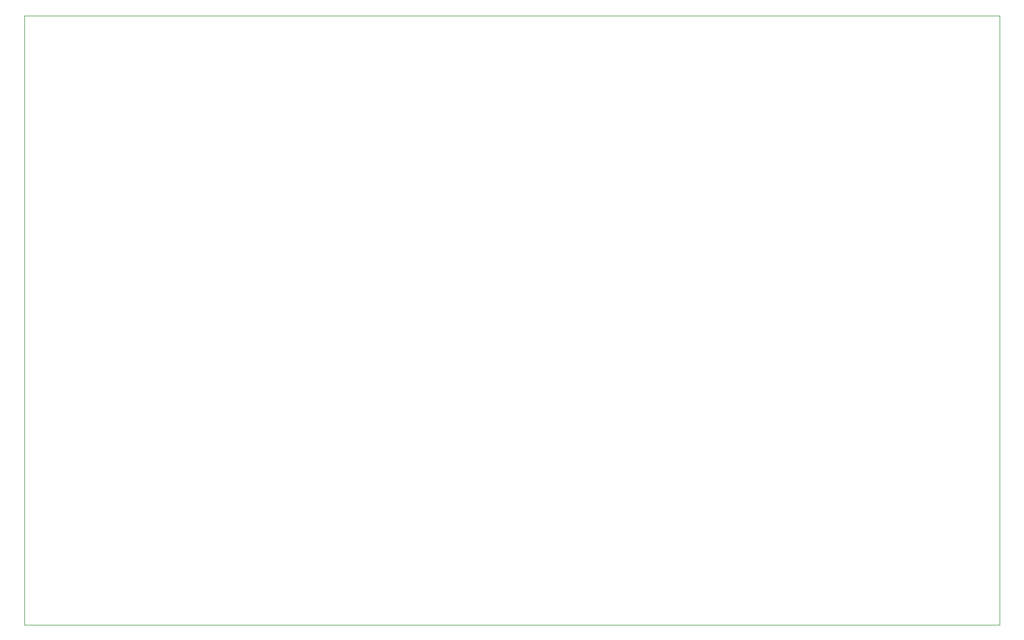
<source format=gm1>
G04 #@! TF.GenerationSoftware,KiCad,Pcbnew,(5.1.2-1)-1*
G04 #@! TF.CreationDate,2019-05-09T17:27:37-07:00*
G04 #@! TF.ProjectId,control_board,636f6e74-726f-46c5-9f62-6f6172642e6b,rev?*
G04 #@! TF.SameCoordinates,Original*
G04 #@! TF.FileFunction,Profile,NP*
%FSLAX46Y46*%
G04 Gerber Fmt 4.6, Leading zero omitted, Abs format (unit mm)*
G04 Created by KiCad (PCBNEW (5.1.2-1)-1) date 2019-05-09 17:27:37*
%MOMM*%
%LPD*%
G04 APERTURE LIST*
%ADD10C,0.050000*%
G04 APERTURE END LIST*
D10*
X73660000Y-41910000D02*
X73660000Y-137160000D01*
X226060000Y-41910000D02*
X226060000Y-137160000D01*
X73660000Y-41910000D02*
X226060000Y-41910000D01*
X226060000Y-137160000D02*
X73660000Y-137160000D01*
M02*

</source>
